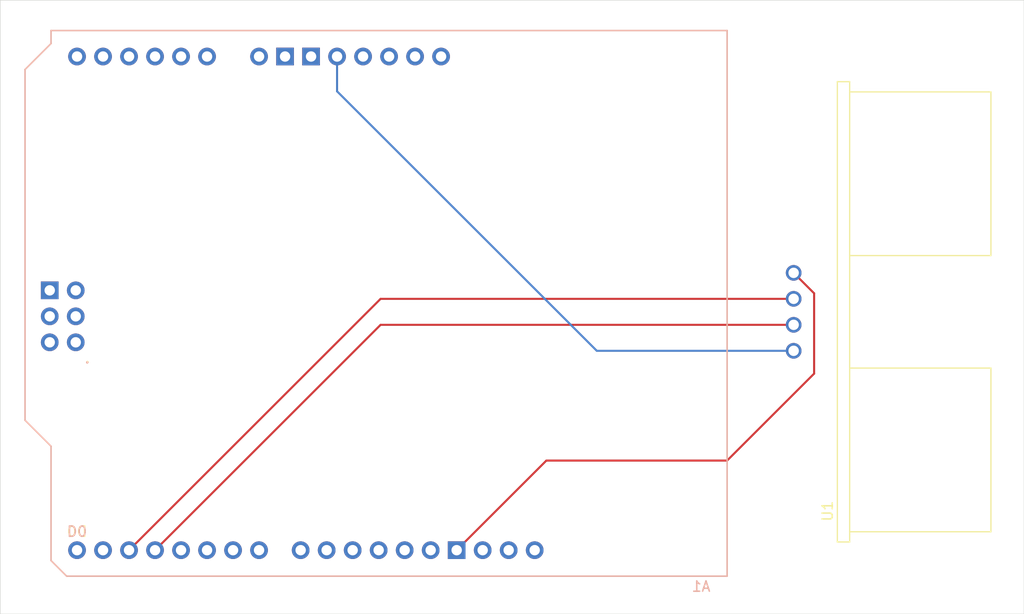
<source format=kicad_pcb>
(kicad_pcb (version 20241229) (generator "pcbnew") (generator_version "9.0")
  (layers (0 "F.Cu" signal) (2 "B.Cu" signal) (13 "F.Paste" user) (15 "B.Paste" user) (5 "F.SilkS" user "F.Silkscreen") (7 "B.SilkS" user "B.Silkscreen") (1 "F.Mask" user) (3 "B.Mask" user) (25 "Edge.Cuts" user))
  (net 0 "")
  (net 16 "GND")
  (net 17 "Net-(A1-D3_INT1)")
  (net 20 "Net-(A1-D2_INT0)")
  (net 25 "+5")
  (footprint "1 HC_SR04:XCVR_HC-SR04" (layer "F.Cu") (at 93 44.96 90)
    (property "Reference" "U1" (at -19.48505 3.31671 90) (layer "F.SilkS") (effects (font (size 1.00052 1.00052))))
    (property "Value" "HC-SR04")
    (fp_line (start 22.5 4.27) (end 22.5 5.47) (stroke (width 0.127)) (layer "F.SilkS"))
    (fp_line (start -22.5 4.27) (end 22.5 4.27) (stroke (width 0.127)) (layer "F.SilkS"))
    (fp_line (start 22.5 5.47) (end 21.5 5.47) (stroke (width 0.127)) (layer "F.SilkS"))
    (fp_line (start 21.5 5.47) (end 5.5 5.47) (stroke (width 0.127)) (layer "F.SilkS"))
    (fp_line (start 21.5 5.47) (end 21.5 19.27) (stroke (width 0.127)) (layer "F.SilkS"))
    (fp_line (start 5.5 5.47) (end -5.5 5.47) (stroke (width 0.127)) (layer "F.SilkS"))
    (fp_line (start 5.5 5.47) (end 5.5 19.27) (stroke (width 0.127)) (layer "F.SilkS"))
    (fp_line (start -5.5 5.47) (end -21.5 5.47) (stroke (width 0.127)) (layer "F.SilkS"))
    (fp_line (start -5.5 5.47) (end -5.5 19.27) (stroke (width 0.127)) (layer "F.SilkS"))
    (fp_line (start -21.5 5.47) (end -22.5 5.47) (stroke (width 0.127)) (layer "F.SilkS"))
    (fp_line (start -21.5 5.47) (end -21.5 19.27) (stroke (width 0.127)) (layer "F.SilkS"))
    (fp_line (start -22.5 5.47) (end -22.5 4.27) (stroke (width 0.127)) (layer "F.SilkS"))
    (fp_line (start 5.5 19.27) (end 21.5 19.27) (stroke (width 0.127)) (layer "F.SilkS"))
    (fp_line (start -21.5 19.27) (end -5.5 19.27) (stroke (width 0.127)) (layer "F.SilkS"))
    (pad "1" thru_hole circle (at -3.81 0 90) (size 1.53 1.53) (drill 1.02) (layers "*.Cu" "*.Mask") (net 25 "+5"))
    (pad "2" thru_hole circle (at -1.27 0 90) (size 1.53 1.53) (drill 1.02) (layers "*.Cu" "*.Mask") (net 17 "Net-(A1-D3_INT1)"))
    (pad "3" thru_hole circle (at 1.27 0 90) (size 1.53 1.53) (drill 1.02) (layers "*.Cu" "*.Mask") (net 20 "Net-(A1-D2_INT0)"))
    (pad "4" thru_hole circle (at 3.81 0 90) (size 1.53 1.53) (drill 1.02) (layers "*.Cu" "*.Mask") (net 16 "GND"))
  )
  (footprint "1 Arduino:Arduino_Uno_R3_Shield" (layer "F.Cu") (at 86.5 17.46 180)
    (property "Reference" "A1" (at 2.54 -54.356 0) (layer "B.SilkS") (effects (justify mirror)))
    (property "Value" "Arduino_Uno_R3_Shield")
    (fp_line (start 68.58 -3.81) (end 68.58 -38.1) (stroke (width 0.15)) (layer "B.SilkS"))
    (fp_line (start 68.58 -38.1) (end 66.04 -40.64) (stroke (width 0.15)) (layer "B.SilkS"))
    (fp_line (start 66.04 0) (end 66.04 -1.27) (stroke (width 0.15)) (layer "B.SilkS"))
    (fp_line (start 66.04 -1.27) (end 68.58 -3.81) (stroke (width 0.15)) (layer "B.SilkS"))
    (fp_line (start 66.04 -40.64) (end 66.04 -51.816) (stroke (width 0.15)) (layer "B.SilkS"))
    (fp_line (start 64.516 -53.34) (end 66.04 -51.816) (stroke (width 0.15)) (layer "B.SilkS"))
    (fp_line (start 0 0) (end 66.04 0) (stroke (width 0.15)) (layer "B.SilkS"))
    (fp_line (start 0 -53.34) (end 64.516 -53.34) (stroke (width 0.15)) (layer "B.SilkS"))
    (fp_line (start 0 -53.34) (end 0 0) (stroke (width 0.15)) (layer "B.SilkS"))
    (fp_text user "D0" (at 63.5 -48.895 180) (layer "F.SilkS"))
    (fp_text user "." (at 62.484 -32.004 0) (layer "F.SilkS"))
    (fp_text user "D0" (at 63.5 -48.895 180) (layer "B.SilkS") (effects (justify mirror)))
    (fp_text user "." (at 62.5 -32.04 0) (layer "B.SilkS") (effects (justify mirror)))
    (pad "" np_thru_hole circle (at 13.97 -2.54 180) (size 3.2 3.2) (drill 3.2) (layers "*.Cu" "*.Mask"))
    (pad "" np_thru_hole circle (at 15.24 -50.8 180) (size 3.2 3.2) (drill 3.2) (layers "*.Cu" "*.Mask"))
    (pad "" thru_hole oval (at 27.94 -2.54 180) (size 1.7272 1.7272) (drill 1.016) (layers "*.Cu" "*.Mask"))
    (pad "" np_thru_hole circle (at 66.04 -35.56 180) (size 3.2 3.2) (drill 3.2) (layers "*.Cu" "*.Mask"))
    (pad "" np_thru_hole circle (at 66.04 -7.62 180) (size 3.2 3.2) (drill 3.2) (layers "*.Cu" "*.Mask"))
    (pad "3V3" thru_hole oval (at 35.56 -2.54 180) (size 1.7272 1.7272) (drill 1.016) (layers "*.Cu" "*.Mask"))
    (pad "5V1" thru_hole oval (at 38.1 -2.54 180) (size 1.7272 1.7272) (drill 1.016) (layers "*.Cu" "*.Mask") (net 25 "+5"))
    (pad "5V2" thru_hole oval (at 66.167 -30.48 180) (size 1.7272 1.7272) (drill 1.016) (layers "*.Cu" "*.Mask"))
    (pad "A0" thru_hole oval (at 50.8 -2.54 180) (size 1.7272 1.7272) (drill 1.016) (layers "*.Cu" "*.Mask"))
    (pad "A1" thru_hole oval (at 53.34 -2.54 180) (size 1.7272 1.7272) (drill 1.016) (layers "*.Cu" "*.Mask"))
    (pad "A2" thru_hole oval (at 55.88 -2.54 180) (size 1.7272 1.7272) (drill 1.016) (layers "*.Cu" "*.Mask"))
    (pad "A3" thru_hole oval (at 58.42 -2.54 180) (size 1.7272 1.7272) (drill 1.016) (layers "*.Cu" "*.Mask"))
    (pad "A4" thru_hole oval (at 60.96 -2.54 180) (size 1.7272 1.7272) (drill 1.016) (layers "*.Cu" "*.Mask"))
    (pad "A5" thru_hole oval (at 63.5 -2.54 180) (size 1.7272 1.7272) (drill 1.016) (layers "*.Cu" "*.Mask"))
    (pad "AREF" thru_hole oval (at 23.876 -50.8 180) (size 1.7272 1.7272) (drill 1.016) (layers "*.Cu" "*.Mask"))
    (pad "D0" thru_hole oval (at 63.5 -50.8 180) (size 1.7272 1.7272) (drill 1.016) (layers "*.Cu" "*.Mask"))
    (pad "D1" thru_hole oval (at 60.96 -50.8 180) (size 1.7272 1.7272) (drill 1.016) (layers "*.Cu" "*.Mask"))
    (pad "D2" thru_hole oval (at 58.42 -50.8 180) (size 1.7272 1.7272) (drill 1.016) (layers "*.Cu" "*.Mask") (net 20 "Net-(A1-D2_INT0)"))
    (pad "D3" thru_hole oval (at 55.88 -50.8 180) (size 1.7272 1.7272) (drill 1.016) (layers "*.Cu" "*.Mask") (net 17 "Net-(A1-D3_INT1)"))
    (pad "D4" thru_hole oval (at 53.34 -50.8 180) (size 1.7272 1.7272) (drill 1.016) (layers "*.Cu" "*.Mask"))
    (pad "D5" thru_hole oval (at 50.8 -50.8 180) (size 1.7272 1.7272) (drill 1.016) (layers "*.Cu" "*.Mask"))
    (pad "D6" thru_hole oval (at 48.26 -50.8 180) (size 1.7272 1.7272) (drill 1.016) (layers "*.Cu" "*.Mask"))
    (pad "D7" thru_hole oval (at 45.72 -50.8 180) (size 1.7272 1.7272) (drill 1.016) (layers "*.Cu" "*.Mask"))
    (pad "D8" thru_hole oval (at 41.656 -50.8 180) (size 1.7272 1.7272) (drill 1.016) (layers "*.Cu" "*.Mask"))
    (pad "D9" thru_hole oval (at 39.116 -50.8 180) (size 1.7272 1.7272) (drill 1.016) (layers "*.Cu" "*.Mask"))
    (pad "D10" thru_hole oval (at 36.576 -50.8 180) (size 1.7272 1.7272) (drill 1.016) (layers "*.Cu" "*.Mask"))
    (pad "D11" thru_hole oval (at 34.036 -50.8 180) (size 1.7272 1.7272) (drill 1.016) (layers "*.Cu" "*.Mask"))
    (pad "D12" thru_hole oval (at 31.496 -50.8 180) (size 1.7272 1.7272) (drill 1.016) (layers "*.Cu" "*.Mask"))
    (pad "D13" thru_hole oval (at 28.956 -50.8 180) (size 1.7272 1.7272) (drill 1.016) (layers "*.Cu" "*.Mask"))
    (pad "GND1" thru_hole rect (at 26.416 -50.8 180) (size 1.7272 1.7272) (drill 1.016) (layers "*.Cu" "*.Mask") (net 16 "GND"))
    (pad "GND2" thru_hole rect (at 40.64 -2.54 180) (size 1.7272 1.7272) (drill 1.016) (layers "*.Cu" "*.Mask"))
    (pad "GND3" thru_hole rect (at 43.18 -2.54 180) (size 1.7272 1.7272) (drill 1.016) (layers "*.Cu" "*.Mask"))
    (pad "GND4" thru_hole rect (at 66.167 -25.4 180) (size 1.7272 1.7272) (drill 1.016) (layers "*.Cu" "*.Mask"))
    (pad "IORF" thru_hole oval (at 30.48 -2.54 180) (size 1.7272 1.7272) (drill 1.016) (layers "*.Cu" "*.Mask"))
    (pad "MISO" thru_hole oval (at 63.627 -30.48 180) (size 1.7272 1.7272) (drill 1.016) (layers "*.Cu" "*.Mask"))
    (pad "MOSI" thru_hole oval (at 66.167 -27.94 180) (size 1.7272 1.7272) (drill 1.016) (layers "*.Cu" "*.Mask"))
    (pad "RST1" thru_hole oval (at 33.02 -2.54 180) (size 1.7272 1.7272) (drill 1.016) (layers "*.Cu" "*.Mask"))
    (pad "RST2" thru_hole oval (at 63.627 -25.4 180) (size 1.7272 1.7272) (drill 1.016) (layers "*.Cu" "*.Mask"))
    (pad "SCK" thru_hole oval (at 63.627 -27.94 180) (size 1.7272 1.7272) (drill 1.016) (layers "*.Cu" "*.Mask"))
    (pad "SCL" thru_hole oval (at 18.796 -50.8 180) (size 1.7272 1.7272) (drill 1.016) (layers "*.Cu" "*.Mask"))
    (pad "SDA" thru_hole oval (at 21.336 -50.8 180) (size 1.7272 1.7272) (drill 1.016) (layers "*.Cu" "*.Mask"))
    (pad "VIN" thru_hole oval (at 45.72 -2.54 180) (size 1.7272 1.7272) (drill 1.016) (layers "*.Cu" "*.Mask"))
  )
  (gr_rect (start 15.5 14.5) (end 115.5 74.5) (stroke (width 0.05)) (fill no) (layer "Edge.Cuts"))
  (segment (start 93 41.15) (end 95 43.15) (width 0.2) (layer "F.Cu") (net 16))
  (segment (start 95 51) (end 86.5 59.5) (width 0.2) (layer "F.Cu") (net 16))
  (segment (start 68.844 59.5) (end 60.084 68.26) (width 0.2) (layer "F.Cu") (net 16))
  (segment (start 95 43.15) (end 95 51) (width 0.2) (layer "F.Cu") (net 16))
  (segment (start 86.5 59.5) (end 68.844 59.5) (width 0.2) (layer "F.Cu") (net 16))
  (segment (start 52.65 46.23) (end 30.62 68.26) (width 0.2) (layer "F.Cu") (net 17))
  (segment (start 93 46.23) (end 52.65 46.23) (width 0.2) (layer "F.Cu") (net 17))
  (segment (start 52.65 43.69) (end 28.08 68.26) (width 0.2) (layer "F.Cu") (net 20))
  (segment (start 93 43.69) (end 52.65 43.69) (width 0.2) (layer "F.Cu") (net 20))
  (segment (start 48.4 23.4) (end 73.77 48.77) (width 0.2) (layer "B.Cu") (net 25))
  (segment (start 73.77 48.77) (end 93 48.77) (width 0.2) (layer "B.Cu") (net 25))
  (segment (start 48.4 20) (end 48.4 23.4) (width 0.2) (layer "B.Cu") (net 25))
)
</source>
